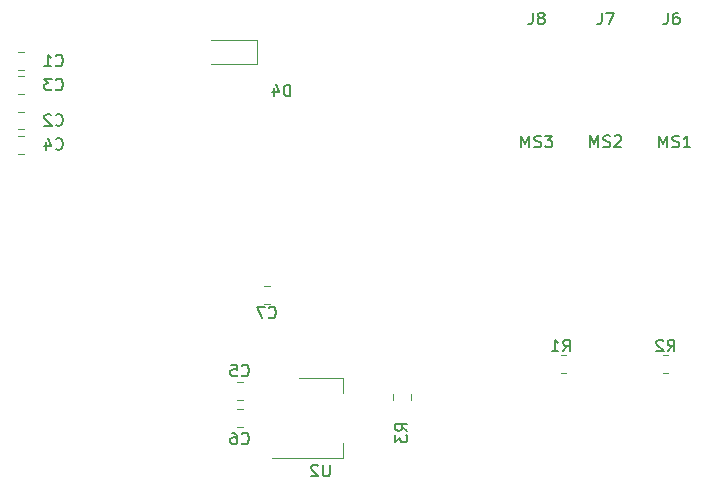
<source format=gbr>
%TF.GenerationSoftware,KiCad,Pcbnew,(6.0.2)*%
%TF.CreationDate,2023-06-01T09:29:34-05:00*%
%TF.ProjectId,MC_Circuit_v2,4d435f43-6972-4637-9569-745f76322e6b,rev?*%
%TF.SameCoordinates,Original*%
%TF.FileFunction,Legend,Bot*%
%TF.FilePolarity,Positive*%
%FSLAX46Y46*%
G04 Gerber Fmt 4.6, Leading zero omitted, Abs format (unit mm)*
G04 Created by KiCad (PCBNEW (6.0.2)) date 2023-06-01 09:29:34*
%MOMM*%
%LPD*%
G01*
G04 APERTURE LIST*
%ADD10C,0.150000*%
%ADD11C,0.120000*%
G04 APERTURE END LIST*
D10*
%TO.C,U2*%
X152907904Y-107584380D02*
X152907904Y-108393904D01*
X152860285Y-108489142D01*
X152812666Y-108536761D01*
X152717428Y-108584380D01*
X152526952Y-108584380D01*
X152431714Y-108536761D01*
X152384095Y-108489142D01*
X152336476Y-108393904D01*
X152336476Y-107584380D01*
X151907904Y-107679619D02*
X151860285Y-107632000D01*
X151765047Y-107584380D01*
X151526952Y-107584380D01*
X151431714Y-107632000D01*
X151384095Y-107679619D01*
X151336476Y-107774857D01*
X151336476Y-107870095D01*
X151384095Y-108012952D01*
X151955523Y-108584380D01*
X151336476Y-108584380D01*
%TO.C,R3*%
X159478832Y-104735333D02*
X159002642Y-104402000D01*
X159478832Y-104163904D02*
X158478832Y-104163904D01*
X158478832Y-104544857D01*
X158526452Y-104640095D01*
X158574071Y-104687714D01*
X158669309Y-104735333D01*
X158812166Y-104735333D01*
X158907404Y-104687714D01*
X158955023Y-104640095D01*
X159002642Y-104544857D01*
X159002642Y-104163904D01*
X158478832Y-105068666D02*
X158478832Y-105687714D01*
X158859785Y-105354380D01*
X158859785Y-105497238D01*
X158907404Y-105592476D01*
X158955023Y-105640095D01*
X159050261Y-105687714D01*
X159288356Y-105687714D01*
X159383594Y-105640095D01*
X159431213Y-105592476D01*
X159478832Y-105497238D01*
X159478832Y-105211523D01*
X159431213Y-105116285D01*
X159383594Y-105068666D01*
%TO.C,R2*%
X181522666Y-97988380D02*
X181856000Y-97512190D01*
X182094095Y-97988380D02*
X182094095Y-96988380D01*
X181713142Y-96988380D01*
X181617904Y-97036000D01*
X181570285Y-97083619D01*
X181522666Y-97178857D01*
X181522666Y-97321714D01*
X181570285Y-97416952D01*
X181617904Y-97464571D01*
X181713142Y-97512190D01*
X182094095Y-97512190D01*
X181141714Y-97083619D02*
X181094095Y-97036000D01*
X180998857Y-96988380D01*
X180760761Y-96988380D01*
X180665523Y-97036000D01*
X180617904Y-97083619D01*
X180570285Y-97178857D01*
X180570285Y-97274095D01*
X180617904Y-97416952D01*
X181189333Y-97988380D01*
X180570285Y-97988380D01*
%TO.C,R1*%
X172659602Y-97988380D02*
X172992936Y-97512190D01*
X173231031Y-97988380D02*
X173231031Y-96988380D01*
X172850078Y-96988380D01*
X172754840Y-97036000D01*
X172707221Y-97083619D01*
X172659602Y-97178857D01*
X172659602Y-97321714D01*
X172707221Y-97416952D01*
X172754840Y-97464571D01*
X172850078Y-97512190D01*
X173231031Y-97512190D01*
X171707221Y-97988380D02*
X172278650Y-97988380D01*
X171992936Y-97988380D02*
X171992936Y-96988380D01*
X172088174Y-97131238D01*
X172183412Y-97226476D01*
X172278650Y-97274095D01*
%TO.C,J8*%
X170100666Y-69302380D02*
X170100666Y-70016666D01*
X170053047Y-70159523D01*
X169957809Y-70254761D01*
X169814952Y-70302380D01*
X169719714Y-70302380D01*
X170719714Y-69730952D02*
X170624476Y-69683333D01*
X170576857Y-69635714D01*
X170529238Y-69540476D01*
X170529238Y-69492857D01*
X170576857Y-69397619D01*
X170624476Y-69350000D01*
X170719714Y-69302380D01*
X170910190Y-69302380D01*
X171005428Y-69350000D01*
X171053047Y-69397619D01*
X171100666Y-69492857D01*
X171100666Y-69540476D01*
X171053047Y-69635714D01*
X171005428Y-69683333D01*
X170910190Y-69730952D01*
X170719714Y-69730952D01*
X170624476Y-69778571D01*
X170576857Y-69826190D01*
X170529238Y-69921428D01*
X170529238Y-70111904D01*
X170576857Y-70207142D01*
X170624476Y-70254761D01*
X170719714Y-70302380D01*
X170910190Y-70302380D01*
X171005428Y-70254761D01*
X171053047Y-70207142D01*
X171100666Y-70111904D01*
X171100666Y-69921428D01*
X171053047Y-69826190D01*
X171005428Y-69778571D01*
X170910190Y-69730952D01*
X169148285Y-80716380D02*
X169148285Y-79716380D01*
X169481619Y-80430666D01*
X169814952Y-79716380D01*
X169814952Y-80716380D01*
X170243523Y-80668761D02*
X170386380Y-80716380D01*
X170624476Y-80716380D01*
X170719714Y-80668761D01*
X170767333Y-80621142D01*
X170814952Y-80525904D01*
X170814952Y-80430666D01*
X170767333Y-80335428D01*
X170719714Y-80287809D01*
X170624476Y-80240190D01*
X170434000Y-80192571D01*
X170338761Y-80144952D01*
X170291142Y-80097333D01*
X170243523Y-80002095D01*
X170243523Y-79906857D01*
X170291142Y-79811619D01*
X170338761Y-79764000D01*
X170434000Y-79716380D01*
X170672095Y-79716380D01*
X170814952Y-79764000D01*
X171148285Y-79716380D02*
X171767333Y-79716380D01*
X171434000Y-80097333D01*
X171576857Y-80097333D01*
X171672095Y-80144952D01*
X171719714Y-80192571D01*
X171767333Y-80287809D01*
X171767333Y-80525904D01*
X171719714Y-80621142D01*
X171672095Y-80668761D01*
X171576857Y-80716380D01*
X171291142Y-80716380D01*
X171195904Y-80668761D01*
X171148285Y-80621142D01*
%TO.C,J7*%
X175942666Y-69302380D02*
X175942666Y-70016666D01*
X175895047Y-70159523D01*
X175799809Y-70254761D01*
X175656952Y-70302380D01*
X175561714Y-70302380D01*
X176323619Y-69302380D02*
X176990285Y-69302380D01*
X176561714Y-70302380D01*
X174990285Y-80701380D02*
X174990285Y-79701380D01*
X175323619Y-80415666D01*
X175656952Y-79701380D01*
X175656952Y-80701380D01*
X176085523Y-80653761D02*
X176228380Y-80701380D01*
X176466476Y-80701380D01*
X176561714Y-80653761D01*
X176609333Y-80606142D01*
X176656952Y-80510904D01*
X176656952Y-80415666D01*
X176609333Y-80320428D01*
X176561714Y-80272809D01*
X176466476Y-80225190D01*
X176276000Y-80177571D01*
X176180761Y-80129952D01*
X176133142Y-80082333D01*
X176085523Y-79987095D01*
X176085523Y-79891857D01*
X176133142Y-79796619D01*
X176180761Y-79749000D01*
X176276000Y-79701380D01*
X176514095Y-79701380D01*
X176656952Y-79749000D01*
X177037904Y-79796619D02*
X177085523Y-79749000D01*
X177180761Y-79701380D01*
X177418857Y-79701380D01*
X177514095Y-79749000D01*
X177561714Y-79796619D01*
X177609333Y-79891857D01*
X177609333Y-79987095D01*
X177561714Y-80129952D01*
X176990285Y-80701380D01*
X177609333Y-80701380D01*
%TO.C,J6*%
X181530666Y-69302380D02*
X181530666Y-70016666D01*
X181483047Y-70159523D01*
X181387809Y-70254761D01*
X181244952Y-70302380D01*
X181149714Y-70302380D01*
X182435428Y-69302380D02*
X182244952Y-69302380D01*
X182149714Y-69350000D01*
X182102095Y-69397619D01*
X182006857Y-69540476D01*
X181959238Y-69730952D01*
X181959238Y-70111904D01*
X182006857Y-70207142D01*
X182054476Y-70254761D01*
X182149714Y-70302380D01*
X182340190Y-70302380D01*
X182435428Y-70254761D01*
X182483047Y-70207142D01*
X182530666Y-70111904D01*
X182530666Y-69873809D01*
X182483047Y-69778571D01*
X182435428Y-69730952D01*
X182340190Y-69683333D01*
X182149714Y-69683333D01*
X182054476Y-69730952D01*
X182006857Y-69778571D01*
X181959238Y-69873809D01*
X180832285Y-80716380D02*
X180832285Y-79716380D01*
X181165619Y-80430666D01*
X181498952Y-79716380D01*
X181498952Y-80716380D01*
X181927523Y-80668761D02*
X182070380Y-80716380D01*
X182308476Y-80716380D01*
X182403714Y-80668761D01*
X182451333Y-80621142D01*
X182498952Y-80525904D01*
X182498952Y-80430666D01*
X182451333Y-80335428D01*
X182403714Y-80287809D01*
X182308476Y-80240190D01*
X182118000Y-80192571D01*
X182022761Y-80144952D01*
X181975142Y-80097333D01*
X181927523Y-80002095D01*
X181927523Y-79906857D01*
X181975142Y-79811619D01*
X182022761Y-79764000D01*
X182118000Y-79716380D01*
X182356095Y-79716380D01*
X182498952Y-79764000D01*
X183451333Y-80716380D02*
X182879904Y-80716380D01*
X183165619Y-80716380D02*
X183165619Y-79716380D01*
X183070380Y-79859238D01*
X182975142Y-79954476D01*
X182879904Y-80002095D01*
%TO.C,D4*%
X149582095Y-76398380D02*
X149582095Y-75398380D01*
X149344000Y-75398380D01*
X149201142Y-75446000D01*
X149105904Y-75541238D01*
X149058285Y-75636476D01*
X149010666Y-75826952D01*
X149010666Y-75969809D01*
X149058285Y-76160285D01*
X149105904Y-76255523D01*
X149201142Y-76350761D01*
X149344000Y-76398380D01*
X149582095Y-76398380D01*
X148153523Y-75731714D02*
X148153523Y-76398380D01*
X148391619Y-75350761D02*
X148629714Y-76065047D01*
X148010666Y-76065047D01*
%TO.C,C7*%
X147740666Y-95099142D02*
X147788285Y-95146761D01*
X147931142Y-95194380D01*
X148026380Y-95194380D01*
X148169238Y-95146761D01*
X148264476Y-95051523D01*
X148312095Y-94956285D01*
X148359714Y-94765809D01*
X148359714Y-94622952D01*
X148312095Y-94432476D01*
X148264476Y-94337238D01*
X148169238Y-94242000D01*
X148026380Y-94194380D01*
X147931142Y-94194380D01*
X147788285Y-94242000D01*
X147740666Y-94289619D01*
X147407333Y-94194380D02*
X146740666Y-94194380D01*
X147169238Y-95194380D01*
%TO.C,C6*%
X145454666Y-105767142D02*
X145502285Y-105814761D01*
X145645142Y-105862380D01*
X145740380Y-105862380D01*
X145883238Y-105814761D01*
X145978476Y-105719523D01*
X146026095Y-105624285D01*
X146073714Y-105433809D01*
X146073714Y-105290952D01*
X146026095Y-105100476D01*
X145978476Y-105005238D01*
X145883238Y-104910000D01*
X145740380Y-104862380D01*
X145645142Y-104862380D01*
X145502285Y-104910000D01*
X145454666Y-104957619D01*
X144597523Y-104862380D02*
X144788000Y-104862380D01*
X144883238Y-104910000D01*
X144930857Y-104957619D01*
X145026095Y-105100476D01*
X145073714Y-105290952D01*
X145073714Y-105671904D01*
X145026095Y-105767142D01*
X144978476Y-105814761D01*
X144883238Y-105862380D01*
X144692761Y-105862380D01*
X144597523Y-105814761D01*
X144549904Y-105767142D01*
X144502285Y-105671904D01*
X144502285Y-105433809D01*
X144549904Y-105338571D01*
X144597523Y-105290952D01*
X144692761Y-105243333D01*
X144883238Y-105243333D01*
X144978476Y-105290952D01*
X145026095Y-105338571D01*
X145073714Y-105433809D01*
%TO.C,C5*%
X145454666Y-100023142D02*
X145502285Y-100070761D01*
X145645142Y-100118380D01*
X145740380Y-100118380D01*
X145883238Y-100070761D01*
X145978476Y-99975523D01*
X146026095Y-99880285D01*
X146073714Y-99689809D01*
X146073714Y-99546952D01*
X146026095Y-99356476D01*
X145978476Y-99261238D01*
X145883238Y-99166000D01*
X145740380Y-99118380D01*
X145645142Y-99118380D01*
X145502285Y-99166000D01*
X145454666Y-99213619D01*
X144549904Y-99118380D02*
X145026095Y-99118380D01*
X145073714Y-99594571D01*
X145026095Y-99546952D01*
X144930857Y-99499333D01*
X144692761Y-99499333D01*
X144597523Y-99546952D01*
X144549904Y-99594571D01*
X144502285Y-99689809D01*
X144502285Y-99927904D01*
X144549904Y-100023142D01*
X144597523Y-100070761D01*
X144692761Y-100118380D01*
X144930857Y-100118380D01*
X145026095Y-100070761D01*
X145073714Y-100023142D01*
%TO.C,C4*%
X129706666Y-80847142D02*
X129754285Y-80894761D01*
X129897142Y-80942380D01*
X129992380Y-80942380D01*
X130135238Y-80894761D01*
X130230476Y-80799523D01*
X130278095Y-80704285D01*
X130325714Y-80513809D01*
X130325714Y-80370952D01*
X130278095Y-80180476D01*
X130230476Y-80085238D01*
X130135238Y-79990000D01*
X129992380Y-79942380D01*
X129897142Y-79942380D01*
X129754285Y-79990000D01*
X129706666Y-80037619D01*
X128849523Y-80275714D02*
X128849523Y-80942380D01*
X129087619Y-79894761D02*
X129325714Y-80609047D01*
X128706666Y-80609047D01*
%TO.C,C3*%
X129706666Y-75795142D02*
X129754285Y-75842761D01*
X129897142Y-75890380D01*
X129992380Y-75890380D01*
X130135238Y-75842761D01*
X130230476Y-75747523D01*
X130278095Y-75652285D01*
X130325714Y-75461809D01*
X130325714Y-75318952D01*
X130278095Y-75128476D01*
X130230476Y-75033238D01*
X130135238Y-74938000D01*
X129992380Y-74890380D01*
X129897142Y-74890380D01*
X129754285Y-74938000D01*
X129706666Y-74985619D01*
X129373333Y-74890380D02*
X128754285Y-74890380D01*
X129087619Y-75271333D01*
X128944761Y-75271333D01*
X128849523Y-75318952D01*
X128801904Y-75366571D01*
X128754285Y-75461809D01*
X128754285Y-75699904D01*
X128801904Y-75795142D01*
X128849523Y-75842761D01*
X128944761Y-75890380D01*
X129230476Y-75890380D01*
X129325714Y-75842761D01*
X129373333Y-75795142D01*
%TO.C,C2*%
X129706666Y-78815142D02*
X129754285Y-78862761D01*
X129897142Y-78910380D01*
X129992380Y-78910380D01*
X130135238Y-78862761D01*
X130230476Y-78767523D01*
X130278095Y-78672285D01*
X130325714Y-78481809D01*
X130325714Y-78338952D01*
X130278095Y-78148476D01*
X130230476Y-78053238D01*
X130135238Y-77958000D01*
X129992380Y-77910380D01*
X129897142Y-77910380D01*
X129754285Y-77958000D01*
X129706666Y-78005619D01*
X129325714Y-78005619D02*
X129278095Y-77958000D01*
X129182857Y-77910380D01*
X128944761Y-77910380D01*
X128849523Y-77958000D01*
X128801904Y-78005619D01*
X128754285Y-78100857D01*
X128754285Y-78196095D01*
X128801904Y-78338952D01*
X129373333Y-78910380D01*
X128754285Y-78910380D01*
%TO.C,C1*%
X129706666Y-73763142D02*
X129754285Y-73810761D01*
X129897142Y-73858380D01*
X129992380Y-73858380D01*
X130135238Y-73810761D01*
X130230476Y-73715523D01*
X130278095Y-73620285D01*
X130325714Y-73429809D01*
X130325714Y-73286952D01*
X130278095Y-73096476D01*
X130230476Y-73001238D01*
X130135238Y-72906000D01*
X129992380Y-72858380D01*
X129897142Y-72858380D01*
X129754285Y-72906000D01*
X129706666Y-72953619D01*
X128754285Y-73858380D02*
X129325714Y-73858380D01*
X129040000Y-73858380D02*
X129040000Y-72858380D01*
X129135238Y-73001238D01*
X129230476Y-73096476D01*
X129325714Y-73144095D01*
D11*
%TO.C,U2*%
X148046000Y-107042000D02*
X154056000Y-107042000D01*
X150296000Y-100222000D02*
X154056000Y-100222000D01*
X154056000Y-100222000D02*
X154056000Y-101482000D01*
X154056000Y-107042000D02*
X154056000Y-105782000D01*
%TO.C,R3*%
X158291452Y-101626936D02*
X158291452Y-102081064D01*
X159761452Y-101626936D02*
X159761452Y-102081064D01*
%TO.C,R2*%
X181128936Y-99790000D02*
X181583064Y-99790000D01*
X181128936Y-98320000D02*
X181583064Y-98320000D01*
%TO.C,R1*%
X172492936Y-99795000D02*
X172947064Y-99795000D01*
X172492936Y-98325000D02*
X172947064Y-98325000D01*
%TO.C,D4*%
X146776000Y-71644000D02*
X142876000Y-71644000D01*
X146776000Y-71644000D02*
X146776000Y-73644000D01*
X146776000Y-73644000D02*
X142876000Y-73644000D01*
%TO.C,C7*%
X147835252Y-92483000D02*
X147312748Y-92483000D01*
X147835252Y-93953000D02*
X147312748Y-93953000D01*
%TO.C,C6*%
X145549252Y-102897000D02*
X145026748Y-102897000D01*
X145549252Y-104367000D02*
X145026748Y-104367000D01*
%TO.C,C5*%
X145549252Y-100611000D02*
X145026748Y-100611000D01*
X145549252Y-102081000D02*
X145026748Y-102081000D01*
%TO.C,C4*%
X127007252Y-81253000D02*
X126484748Y-81253000D01*
X127007252Y-79783000D02*
X126484748Y-79783000D01*
%TO.C,C3*%
X127007252Y-76173000D02*
X126484748Y-76173000D01*
X127007252Y-74703000D02*
X126484748Y-74703000D01*
%TO.C,C2*%
X127007252Y-79193000D02*
X126484748Y-79193000D01*
X127007252Y-77723000D02*
X126484748Y-77723000D01*
%TO.C,C1*%
X127007252Y-72671000D02*
X126484748Y-72671000D01*
X127007252Y-74141000D02*
X126484748Y-74141000D01*
%TD*%
M02*

</source>
